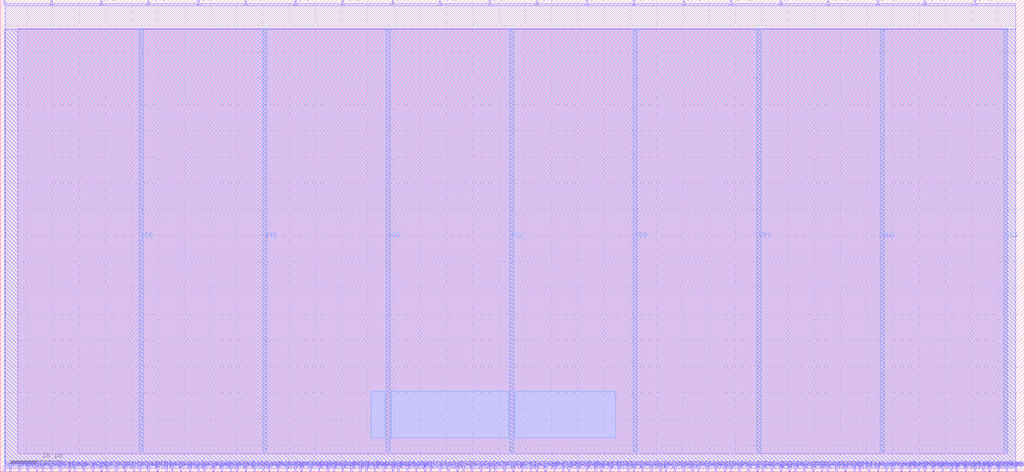
<source format=lef>
VERSION 5.7 ;
  NOWIREEXTENSIONATPIN ON ;
  DIVIDERCHAR "/" ;
  BUSBITCHARS "[]" ;
MACRO N_term_single
  CLASS BLOCK ;
  FOREIGN N_term_single ;
  ORIGIN 0.000 0.000 ;
  SIZE 390.000 BY 180.000 ;
  PIN Ci
    DIRECTION INPUT ;
    USE SIGNAL ;
    PORT
      LAYER Metal2 ;
        RECT 161.560 0.000 162.120 2.000 ;
    END
  END Ci
  PIN FrameStrobe[0]
    DIRECTION INPUT ;
    USE SIGNAL ;
    PORT
      LAYER Metal2 ;
        RECT 327.320 0.000 327.880 2.000 ;
    END
  END FrameStrobe[0]
  PIN FrameStrobe[10]
    DIRECTION INPUT ;
    USE SIGNAL ;
    PORT
      LAYER Metal2 ;
        RECT 358.680 0.000 359.240 2.000 ;
    END
  END FrameStrobe[10]
  PIN FrameStrobe[11]
    DIRECTION INPUT ;
    USE SIGNAL ;
    PORT
      LAYER Metal2 ;
        RECT 362.040 0.000 362.600 2.000 ;
    END
  END FrameStrobe[11]
  PIN FrameStrobe[12]
    DIRECTION INPUT ;
    USE SIGNAL ;
    PORT
      LAYER Metal2 ;
        RECT 364.280 0.000 364.840 2.000 ;
    END
  END FrameStrobe[12]
  PIN FrameStrobe[13]
    DIRECTION INPUT ;
    USE SIGNAL ;
    PORT
      LAYER Metal2 ;
        RECT 367.640 0.000 368.200 2.000 ;
    END
  END FrameStrobe[13]
  PIN FrameStrobe[14]
    DIRECTION INPUT ;
    USE SIGNAL ;
    PORT
      LAYER Metal2 ;
        RECT 371.000 0.000 371.560 2.000 ;
    END
  END FrameStrobe[14]
  PIN FrameStrobe[15]
    DIRECTION INPUT ;
    USE SIGNAL ;
    PORT
      LAYER Metal2 ;
        RECT 374.360 0.000 374.920 2.000 ;
    END
  END FrameStrobe[15]
  PIN FrameStrobe[16]
    DIRECTION INPUT ;
    USE SIGNAL ;
    PORT
      LAYER Metal2 ;
        RECT 376.600 0.000 377.160 2.000 ;
    END
  END FrameStrobe[16]
  PIN FrameStrobe[17]
    DIRECTION INPUT ;
    USE SIGNAL ;
    PORT
      LAYER Metal2 ;
        RECT 379.960 0.000 380.520 2.000 ;
    END
  END FrameStrobe[17]
  PIN FrameStrobe[18]
    DIRECTION INPUT ;
    USE SIGNAL ;
    PORT
      LAYER Metal2 ;
        RECT 383.320 0.000 383.880 2.000 ;
    END
  END FrameStrobe[18]
  PIN FrameStrobe[19]
    DIRECTION INPUT ;
    USE SIGNAL ;
    PORT
      LAYER Metal2 ;
        RECT 386.680 0.000 387.240 2.000 ;
    END
  END FrameStrobe[19]
  PIN FrameStrobe[1]
    DIRECTION INPUT ;
    USE SIGNAL ;
    PORT
      LAYER Metal2 ;
        RECT 330.680 0.000 331.240 2.000 ;
    END
  END FrameStrobe[1]
  PIN FrameStrobe[2]
    DIRECTION INPUT ;
    USE SIGNAL ;
    PORT
      LAYER Metal2 ;
        RECT 334.040 0.000 334.600 2.000 ;
    END
  END FrameStrobe[2]
  PIN FrameStrobe[3]
    DIRECTION INPUT ;
    USE SIGNAL ;
    PORT
      LAYER Metal2 ;
        RECT 337.400 0.000 337.960 2.000 ;
    END
  END FrameStrobe[3]
  PIN FrameStrobe[4]
    DIRECTION INPUT ;
    USE SIGNAL ;
    PORT
      LAYER Metal2 ;
        RECT 339.640 0.000 340.200 2.000 ;
    END
  END FrameStrobe[4]
  PIN FrameStrobe[5]
    DIRECTION INPUT ;
    USE SIGNAL ;
    PORT
      LAYER Metal2 ;
        RECT 343.000 0.000 343.560 2.000 ;
    END
  END FrameStrobe[5]
  PIN FrameStrobe[6]
    DIRECTION INPUT ;
    USE SIGNAL ;
    PORT
      LAYER Metal2 ;
        RECT 346.360 0.000 346.920 2.000 ;
    END
  END FrameStrobe[6]
  PIN FrameStrobe[7]
    DIRECTION INPUT ;
    USE SIGNAL ;
    PORT
      LAYER Metal2 ;
        RECT 349.720 0.000 350.280 2.000 ;
    END
  END FrameStrobe[7]
  PIN FrameStrobe[8]
    DIRECTION INPUT ;
    USE SIGNAL ;
    PORT
      LAYER Metal2 ;
        RECT 351.960 0.000 352.520 2.000 ;
    END
  END FrameStrobe[8]
  PIN FrameStrobe[9]
    DIRECTION INPUT ;
    USE SIGNAL ;
    PORT
      LAYER Metal2 ;
        RECT 355.320 0.000 355.880 2.000 ;
    END
  END FrameStrobe[9]
  PIN FrameStrobe_O[0]
    DIRECTION OUTPUT TRISTATE ;
    USE SIGNAL ;
    PORT
      LAYER Metal2 ;
        RECT 19.320 178.000 19.880 180.000 ;
    END
  END FrameStrobe_O[0]
  PIN FrameStrobe_O[10]
    DIRECTION OUTPUT TRISTATE ;
    USE SIGNAL ;
    PORT
      LAYER Metal2 ;
        RECT 204.120 178.000 204.680 180.000 ;
    END
  END FrameStrobe_O[10]
  PIN FrameStrobe_O[11]
    DIRECTION OUTPUT TRISTATE ;
    USE SIGNAL ;
    PORT
      LAYER Metal2 ;
        RECT 223.160 178.000 223.720 180.000 ;
    END
  END FrameStrobe_O[11]
  PIN FrameStrobe_O[12]
    DIRECTION OUTPUT TRISTATE ;
    USE SIGNAL ;
    PORT
      LAYER Metal2 ;
        RECT 241.080 178.000 241.640 180.000 ;
    END
  END FrameStrobe_O[12]
  PIN FrameStrobe_O[13]
    DIRECTION OUTPUT TRISTATE ;
    USE SIGNAL ;
    PORT
      LAYER Metal2 ;
        RECT 260.120 178.000 260.680 180.000 ;
    END
  END FrameStrobe_O[13]
  PIN FrameStrobe_O[14]
    DIRECTION OUTPUT TRISTATE ;
    USE SIGNAL ;
    PORT
      LAYER Metal2 ;
        RECT 278.040 178.000 278.600 180.000 ;
    END
  END FrameStrobe_O[14]
  PIN FrameStrobe_O[15]
    DIRECTION OUTPUT TRISTATE ;
    USE SIGNAL ;
    PORT
      LAYER Metal2 ;
        RECT 297.080 178.000 297.640 180.000 ;
    END
  END FrameStrobe_O[15]
  PIN FrameStrobe_O[16]
    DIRECTION OUTPUT TRISTATE ;
    USE SIGNAL ;
    PORT
      LAYER Metal2 ;
        RECT 315.000 178.000 315.560 180.000 ;
    END
  END FrameStrobe_O[16]
  PIN FrameStrobe_O[17]
    DIRECTION OUTPUT TRISTATE ;
    USE SIGNAL ;
    PORT
      LAYER Metal2 ;
        RECT 334.040 178.000 334.600 180.000 ;
    END
  END FrameStrobe_O[17]
  PIN FrameStrobe_O[18]
    DIRECTION OUTPUT TRISTATE ;
    USE SIGNAL ;
    PORT
      LAYER Metal2 ;
        RECT 351.960 178.000 352.520 180.000 ;
    END
  END FrameStrobe_O[18]
  PIN FrameStrobe_O[19]
    DIRECTION OUTPUT TRISTATE ;
    USE SIGNAL ;
    PORT
      LAYER Metal2 ;
        RECT 371.000 178.000 371.560 180.000 ;
    END
  END FrameStrobe_O[19]
  PIN FrameStrobe_O[1]
    DIRECTION OUTPUT TRISTATE ;
    USE SIGNAL ;
    PORT
      LAYER Metal2 ;
        RECT 38.360 178.000 38.920 180.000 ;
    END
  END FrameStrobe_O[1]
  PIN FrameStrobe_O[2]
    DIRECTION OUTPUT TRISTATE ;
    USE SIGNAL ;
    PORT
      LAYER Metal2 ;
        RECT 56.280 178.000 56.840 180.000 ;
    END
  END FrameStrobe_O[2]
  PIN FrameStrobe_O[3]
    DIRECTION OUTPUT TRISTATE ;
    USE SIGNAL ;
    PORT
      LAYER Metal2 ;
        RECT 75.320 178.000 75.880 180.000 ;
    END
  END FrameStrobe_O[3]
  PIN FrameStrobe_O[4]
    DIRECTION OUTPUT TRISTATE ;
    USE SIGNAL ;
    PORT
      LAYER Metal2 ;
        RECT 93.240 178.000 93.800 180.000 ;
    END
  END FrameStrobe_O[4]
  PIN FrameStrobe_O[5]
    DIRECTION OUTPUT TRISTATE ;
    USE SIGNAL ;
    PORT
      LAYER Metal2 ;
        RECT 112.280 178.000 112.840 180.000 ;
    END
  END FrameStrobe_O[5]
  PIN FrameStrobe_O[6]
    DIRECTION OUTPUT TRISTATE ;
    USE SIGNAL ;
    PORT
      LAYER Metal2 ;
        RECT 130.200 178.000 130.760 180.000 ;
    END
  END FrameStrobe_O[6]
  PIN FrameStrobe_O[7]
    DIRECTION OUTPUT TRISTATE ;
    USE SIGNAL ;
    PORT
      LAYER Metal2 ;
        RECT 149.240 178.000 149.800 180.000 ;
    END
  END FrameStrobe_O[7]
  PIN FrameStrobe_O[8]
    DIRECTION OUTPUT TRISTATE ;
    USE SIGNAL ;
    PORT
      LAYER Metal2 ;
        RECT 167.160 178.000 167.720 180.000 ;
    END
  END FrameStrobe_O[8]
  PIN FrameStrobe_O[9]
    DIRECTION OUTPUT TRISTATE ;
    USE SIGNAL ;
    PORT
      LAYER Metal2 ;
        RECT 186.200 178.000 186.760 180.000 ;
    END
  END FrameStrobe_O[9]
  PIN N1END[0]
    DIRECTION INPUT ;
    USE SIGNAL ;
    PORT
      LAYER Metal2 ;
        RECT 1.400 0.000 1.960 2.000 ;
    END
  END N1END[0]
  PIN N1END[1]
    DIRECTION INPUT ;
    USE SIGNAL ;
    PORT
      LAYER Metal2 ;
        RECT 3.640 0.000 4.200 2.000 ;
    END
  END N1END[1]
  PIN N1END[2]
    DIRECTION INPUT ;
    USE SIGNAL ;
    PORT
      LAYER Metal2 ;
        RECT 7.000 0.000 7.560 2.000 ;
    END
  END N1END[2]
  PIN N1END[3]
    DIRECTION INPUT ;
    USE SIGNAL ;
    PORT
      LAYER Metal2 ;
        RECT 10.360 0.000 10.920 2.000 ;
    END
  END N1END[3]
  PIN N2END[0]
    DIRECTION INPUT ;
    USE SIGNAL ;
    PORT
      LAYER Metal2 ;
        RECT 38.360 0.000 38.920 2.000 ;
    END
  END N2END[0]
  PIN N2END[1]
    DIRECTION INPUT ;
    USE SIGNAL ;
    PORT
      LAYER Metal2 ;
        RECT 40.600 0.000 41.160 2.000 ;
    END
  END N2END[1]
  PIN N2END[2]
    DIRECTION INPUT ;
    USE SIGNAL ;
    PORT
      LAYER Metal2 ;
        RECT 43.960 0.000 44.520 2.000 ;
    END
  END N2END[2]
  PIN N2END[3]
    DIRECTION INPUT ;
    USE SIGNAL ;
    PORT
      LAYER Metal2 ;
        RECT 47.320 0.000 47.880 2.000 ;
    END
  END N2END[3]
  PIN N2END[4]
    DIRECTION INPUT ;
    USE SIGNAL ;
    PORT
      LAYER Metal2 ;
        RECT 50.680 0.000 51.240 2.000 ;
    END
  END N2END[4]
  PIN N2END[5]
    DIRECTION INPUT ;
    USE SIGNAL ;
    PORT
      LAYER Metal2 ;
        RECT 52.920 0.000 53.480 2.000 ;
    END
  END N2END[5]
  PIN N2END[6]
    DIRECTION INPUT ;
    USE SIGNAL ;
    PORT
      LAYER Metal2 ;
        RECT 56.280 0.000 56.840 2.000 ;
    END
  END N2END[6]
  PIN N2END[7]
    DIRECTION INPUT ;
    USE SIGNAL ;
    PORT
      LAYER Metal2 ;
        RECT 59.640 0.000 60.200 2.000 ;
    END
  END N2END[7]
  PIN N2MID[0]
    DIRECTION INPUT ;
    USE SIGNAL ;
    PORT
      LAYER Metal2 ;
        RECT 13.720 0.000 14.280 2.000 ;
    END
  END N2MID[0]
  PIN N2MID[1]
    DIRECTION INPUT ;
    USE SIGNAL ;
    PORT
      LAYER Metal2 ;
        RECT 15.960 0.000 16.520 2.000 ;
    END
  END N2MID[1]
  PIN N2MID[2]
    DIRECTION INPUT ;
    USE SIGNAL ;
    PORT
      LAYER Metal2 ;
        RECT 19.320 0.000 19.880 2.000 ;
    END
  END N2MID[2]
  PIN N2MID[3]
    DIRECTION INPUT ;
    USE SIGNAL ;
    PORT
      LAYER Metal2 ;
        RECT 22.680 0.000 23.240 2.000 ;
    END
  END N2MID[3]
  PIN N2MID[4]
    DIRECTION INPUT ;
    USE SIGNAL ;
    PORT
      LAYER Metal2 ;
        RECT 26.040 0.000 26.600 2.000 ;
    END
  END N2MID[4]
  PIN N2MID[5]
    DIRECTION INPUT ;
    USE SIGNAL ;
    PORT
      LAYER Metal2 ;
        RECT 28.280 0.000 28.840 2.000 ;
    END
  END N2MID[5]
  PIN N2MID[6]
    DIRECTION INPUT ;
    USE SIGNAL ;
    PORT
      LAYER Metal2 ;
        RECT 31.640 0.000 32.200 2.000 ;
    END
  END N2MID[6]
  PIN N2MID[7]
    DIRECTION INPUT ;
    USE SIGNAL ;
    PORT
      LAYER Metal2 ;
        RECT 35.000 0.000 35.560 2.000 ;
    END
  END N2MID[7]
  PIN N4END[0]
    DIRECTION INPUT ;
    USE SIGNAL ;
    PORT
      LAYER Metal2 ;
        RECT 63.000 0.000 63.560 2.000 ;
    END
  END N4END[0]
  PIN N4END[10]
    DIRECTION INPUT ;
    USE SIGNAL ;
    PORT
      LAYER Metal2 ;
        RECT 93.240 0.000 93.800 2.000 ;
    END
  END N4END[10]
  PIN N4END[11]
    DIRECTION INPUT ;
    USE SIGNAL ;
    PORT
      LAYER Metal2 ;
        RECT 96.600 0.000 97.160 2.000 ;
    END
  END N4END[11]
  PIN N4END[12]
    DIRECTION INPUT ;
    USE SIGNAL ;
    PORT
      LAYER Metal2 ;
        RECT 99.960 0.000 100.520 2.000 ;
    END
  END N4END[12]
  PIN N4END[13]
    DIRECTION INPUT ;
    USE SIGNAL ;
    PORT
      LAYER Metal2 ;
        RECT 102.200 0.000 102.760 2.000 ;
    END
  END N4END[13]
  PIN N4END[14]
    DIRECTION INPUT ;
    USE SIGNAL ;
    PORT
      LAYER Metal2 ;
        RECT 105.560 0.000 106.120 2.000 ;
    END
  END N4END[14]
  PIN N4END[15]
    DIRECTION INPUT ;
    USE SIGNAL ;
    PORT
      LAYER Metal2 ;
        RECT 108.920 0.000 109.480 2.000 ;
    END
  END N4END[15]
  PIN N4END[1]
    DIRECTION INPUT ;
    USE SIGNAL ;
    PORT
      LAYER Metal2 ;
        RECT 65.240 0.000 65.800 2.000 ;
    END
  END N4END[1]
  PIN N4END[2]
    DIRECTION INPUT ;
    USE SIGNAL ;
    PORT
      LAYER Metal2 ;
        RECT 68.600 0.000 69.160 2.000 ;
    END
  END N4END[2]
  PIN N4END[3]
    DIRECTION INPUT ;
    USE SIGNAL ;
    PORT
      LAYER Metal2 ;
        RECT 71.960 0.000 72.520 2.000 ;
    END
  END N4END[3]
  PIN N4END[4]
    DIRECTION INPUT ;
    USE SIGNAL ;
    PORT
      LAYER Metal2 ;
        RECT 75.320 0.000 75.880 2.000 ;
    END
  END N4END[4]
  PIN N4END[5]
    DIRECTION INPUT ;
    USE SIGNAL ;
    PORT
      LAYER Metal2 ;
        RECT 77.560 0.000 78.120 2.000 ;
    END
  END N4END[5]
  PIN N4END[6]
    DIRECTION INPUT ;
    USE SIGNAL ;
    PORT
      LAYER Metal2 ;
        RECT 80.920 0.000 81.480 2.000 ;
    END
  END N4END[6]
  PIN N4END[7]
    DIRECTION INPUT ;
    USE SIGNAL ;
    PORT
      LAYER Metal2 ;
        RECT 84.280 0.000 84.840 2.000 ;
    END
  END N4END[7]
  PIN N4END[8]
    DIRECTION INPUT ;
    USE SIGNAL ;
    PORT
      LAYER Metal2 ;
        RECT 87.640 0.000 88.200 2.000 ;
    END
  END N4END[8]
  PIN N4END[9]
    DIRECTION INPUT ;
    USE SIGNAL ;
    PORT
      LAYER Metal2 ;
        RECT 89.880 0.000 90.440 2.000 ;
    END
  END N4END[9]
  PIN NN4END[0]
    DIRECTION INPUT ;
    USE SIGNAL ;
    PORT
      LAYER Metal2 ;
        RECT 112.280 0.000 112.840 2.000 ;
    END
  END NN4END[0]
  PIN NN4END[10]
    DIRECTION INPUT ;
    USE SIGNAL ;
    PORT
      LAYER Metal2 ;
        RECT 142.520 0.000 143.080 2.000 ;
    END
  END NN4END[10]
  PIN NN4END[11]
    DIRECTION INPUT ;
    USE SIGNAL ;
    PORT
      LAYER Metal2 ;
        RECT 145.880 0.000 146.440 2.000 ;
    END
  END NN4END[11]
  PIN NN4END[12]
    DIRECTION INPUT ;
    USE SIGNAL ;
    PORT
      LAYER Metal2 ;
        RECT 149.240 0.000 149.800 2.000 ;
    END
  END NN4END[12]
  PIN NN4END[13]
    DIRECTION INPUT ;
    USE SIGNAL ;
    PORT
      LAYER Metal2 ;
        RECT 151.480 0.000 152.040 2.000 ;
    END
  END NN4END[13]
  PIN NN4END[14]
    DIRECTION INPUT ;
    USE SIGNAL ;
    PORT
      LAYER Metal2 ;
        RECT 154.840 0.000 155.400 2.000 ;
    END
  END NN4END[14]
  PIN NN4END[15]
    DIRECTION INPUT ;
    USE SIGNAL ;
    PORT
      LAYER Metal2 ;
        RECT 158.200 0.000 158.760 2.000 ;
    END
  END NN4END[15]
  PIN NN4END[1]
    DIRECTION INPUT ;
    USE SIGNAL ;
    PORT
      LAYER Metal2 ;
        RECT 114.520 0.000 115.080 2.000 ;
    END
  END NN4END[1]
  PIN NN4END[2]
    DIRECTION INPUT ;
    USE SIGNAL ;
    PORT
      LAYER Metal2 ;
        RECT 117.880 0.000 118.440 2.000 ;
    END
  END NN4END[2]
  PIN NN4END[3]
    DIRECTION INPUT ;
    USE SIGNAL ;
    PORT
      LAYER Metal2 ;
        RECT 121.240 0.000 121.800 2.000 ;
    END
  END NN4END[3]
  PIN NN4END[4]
    DIRECTION INPUT ;
    USE SIGNAL ;
    PORT
      LAYER Metal2 ;
        RECT 124.600 0.000 125.160 2.000 ;
    END
  END NN4END[4]
  PIN NN4END[5]
    DIRECTION INPUT ;
    USE SIGNAL ;
    PORT
      LAYER Metal2 ;
        RECT 126.840 0.000 127.400 2.000 ;
    END
  END NN4END[5]
  PIN NN4END[6]
    DIRECTION INPUT ;
    USE SIGNAL ;
    PORT
      LAYER Metal2 ;
        RECT 130.200 0.000 130.760 2.000 ;
    END
  END NN4END[6]
  PIN NN4END[7]
    DIRECTION INPUT ;
    USE SIGNAL ;
    PORT
      LAYER Metal2 ;
        RECT 133.560 0.000 134.120 2.000 ;
    END
  END NN4END[7]
  PIN NN4END[8]
    DIRECTION INPUT ;
    USE SIGNAL ;
    PORT
      LAYER Metal2 ;
        RECT 136.920 0.000 137.480 2.000 ;
    END
  END NN4END[8]
  PIN NN4END[9]
    DIRECTION INPUT ;
    USE SIGNAL ;
    PORT
      LAYER Metal2 ;
        RECT 139.160 0.000 139.720 2.000 ;
    END
  END NN4END[9]
  PIN S1BEG[0]
    DIRECTION OUTPUT TRISTATE ;
    USE SIGNAL ;
    PORT
      LAYER Metal2 ;
        RECT 163.800 0.000 164.360 2.000 ;
    END
  END S1BEG[0]
  PIN S1BEG[1]
    DIRECTION OUTPUT TRISTATE ;
    USE SIGNAL ;
    PORT
      LAYER Metal2 ;
        RECT 167.160 0.000 167.720 2.000 ;
    END
  END S1BEG[1]
  PIN S1BEG[2]
    DIRECTION OUTPUT TRISTATE ;
    USE SIGNAL ;
    PORT
      LAYER Metal2 ;
        RECT 170.520 0.000 171.080 2.000 ;
    END
  END S1BEG[2]
  PIN S1BEG[3]
    DIRECTION OUTPUT TRISTATE ;
    USE SIGNAL ;
    PORT
      LAYER Metal2 ;
        RECT 173.880 0.000 174.440 2.000 ;
    END
  END S1BEG[3]
  PIN S2BEG[0]
    DIRECTION OUTPUT TRISTATE ;
    USE SIGNAL ;
    PORT
      LAYER Metal2 ;
        RECT 176.120 0.000 176.680 2.000 ;
    END
  END S2BEG[0]
  PIN S2BEG[1]
    DIRECTION OUTPUT TRISTATE ;
    USE SIGNAL ;
    PORT
      LAYER Metal2 ;
        RECT 179.480 0.000 180.040 2.000 ;
    END
  END S2BEG[1]
  PIN S2BEG[2]
    DIRECTION OUTPUT TRISTATE ;
    USE SIGNAL ;
    PORT
      LAYER Metal2 ;
        RECT 182.840 0.000 183.400 2.000 ;
    END
  END S2BEG[2]
  PIN S2BEG[3]
    DIRECTION OUTPUT TRISTATE ;
    USE SIGNAL ;
    PORT
      LAYER Metal2 ;
        RECT 186.200 0.000 186.760 2.000 ;
    END
  END S2BEG[3]
  PIN S2BEG[4]
    DIRECTION OUTPUT TRISTATE ;
    USE SIGNAL ;
    PORT
      LAYER Metal2 ;
        RECT 188.440 0.000 189.000 2.000 ;
    END
  END S2BEG[4]
  PIN S2BEG[5]
    DIRECTION OUTPUT TRISTATE ;
    USE SIGNAL ;
    PORT
      LAYER Metal2 ;
        RECT 191.800 0.000 192.360 2.000 ;
    END
  END S2BEG[5]
  PIN S2BEG[6]
    DIRECTION OUTPUT TRISTATE ;
    USE SIGNAL ;
    PORT
      LAYER Metal2 ;
        RECT 195.160 0.000 195.720 2.000 ;
    END
  END S2BEG[6]
  PIN S2BEG[7]
    DIRECTION OUTPUT TRISTATE ;
    USE SIGNAL ;
    PORT
      LAYER Metal2 ;
        RECT 198.520 0.000 199.080 2.000 ;
    END
  END S2BEG[7]
  PIN S2BEGb[0]
    DIRECTION OUTPUT TRISTATE ;
    USE SIGNAL ;
    PORT
      LAYER Metal2 ;
        RECT 201.880 0.000 202.440 2.000 ;
    END
  END S2BEGb[0]
  PIN S2BEGb[1]
    DIRECTION OUTPUT TRISTATE ;
    USE SIGNAL ;
    PORT
      LAYER Metal2 ;
        RECT 204.120 0.000 204.680 2.000 ;
    END
  END S2BEGb[1]
  PIN S2BEGb[2]
    DIRECTION OUTPUT TRISTATE ;
    USE SIGNAL ;
    PORT
      LAYER Metal2 ;
        RECT 207.480 0.000 208.040 2.000 ;
    END
  END S2BEGb[2]
  PIN S2BEGb[3]
    DIRECTION OUTPUT TRISTATE ;
    USE SIGNAL ;
    PORT
      LAYER Metal2 ;
        RECT 210.840 0.000 211.400 2.000 ;
    END
  END S2BEGb[3]
  PIN S2BEGb[4]
    DIRECTION OUTPUT TRISTATE ;
    USE SIGNAL ;
    PORT
      LAYER Metal2 ;
        RECT 214.200 0.000 214.760 2.000 ;
    END
  END S2BEGb[4]
  PIN S2BEGb[5]
    DIRECTION OUTPUT TRISTATE ;
    USE SIGNAL ;
    PORT
      LAYER Metal2 ;
        RECT 216.440 0.000 217.000 2.000 ;
    END
  END S2BEGb[5]
  PIN S2BEGb[6]
    DIRECTION OUTPUT TRISTATE ;
    USE SIGNAL ;
    PORT
      LAYER Metal2 ;
        RECT 219.800 0.000 220.360 2.000 ;
    END
  END S2BEGb[6]
  PIN S2BEGb[7]
    DIRECTION OUTPUT TRISTATE ;
    USE SIGNAL ;
    PORT
      LAYER Metal2 ;
        RECT 223.160 0.000 223.720 2.000 ;
    END
  END S2BEGb[7]
  PIN S4BEG[0]
    DIRECTION OUTPUT TRISTATE ;
    USE SIGNAL ;
    PORT
      LAYER Metal2 ;
        RECT 226.520 0.000 227.080 2.000 ;
    END
  END S4BEG[0]
  PIN S4BEG[10]
    DIRECTION OUTPUT TRISTATE ;
    USE SIGNAL ;
    PORT
      LAYER Metal2 ;
        RECT 256.760 0.000 257.320 2.000 ;
    END
  END S4BEG[10]
  PIN S4BEG[11]
    DIRECTION OUTPUT TRISTATE ;
    USE SIGNAL ;
    PORT
      LAYER Metal2 ;
        RECT 260.120 0.000 260.680 2.000 ;
    END
  END S4BEG[11]
  PIN S4BEG[12]
    DIRECTION OUTPUT TRISTATE ;
    USE SIGNAL ;
    PORT
      LAYER Metal2 ;
        RECT 263.480 0.000 264.040 2.000 ;
    END
  END S4BEG[12]
  PIN S4BEG[13]
    DIRECTION OUTPUT TRISTATE ;
    USE SIGNAL ;
    PORT
      LAYER Metal2 ;
        RECT 265.720 0.000 266.280 2.000 ;
    END
  END S4BEG[13]
  PIN S4BEG[14]
    DIRECTION OUTPUT TRISTATE ;
    USE SIGNAL ;
    PORT
      LAYER Metal2 ;
        RECT 269.080 0.000 269.640 2.000 ;
    END
  END S4BEG[14]
  PIN S4BEG[15]
    DIRECTION OUTPUT TRISTATE ;
    USE SIGNAL ;
    PORT
      LAYER Metal2 ;
        RECT 272.440 0.000 273.000 2.000 ;
    END
  END S4BEG[15]
  PIN S4BEG[1]
    DIRECTION OUTPUT TRISTATE ;
    USE SIGNAL ;
    PORT
      LAYER Metal2 ;
        RECT 228.760 0.000 229.320 2.000 ;
    END
  END S4BEG[1]
  PIN S4BEG[2]
    DIRECTION OUTPUT TRISTATE ;
    USE SIGNAL ;
    PORT
      LAYER Metal2 ;
        RECT 232.120 0.000 232.680 2.000 ;
    END
  END S4BEG[2]
  PIN S4BEG[3]
    DIRECTION OUTPUT TRISTATE ;
    USE SIGNAL ;
    PORT
      LAYER Metal2 ;
        RECT 235.480 0.000 236.040 2.000 ;
    END
  END S4BEG[3]
  PIN S4BEG[4]
    DIRECTION OUTPUT TRISTATE ;
    USE SIGNAL ;
    PORT
      LAYER Metal2 ;
        RECT 238.840 0.000 239.400 2.000 ;
    END
  END S4BEG[4]
  PIN S4BEG[5]
    DIRECTION OUTPUT TRISTATE ;
    USE SIGNAL ;
    PORT
      LAYER Metal2 ;
        RECT 241.080 0.000 241.640 2.000 ;
    END
  END S4BEG[5]
  PIN S4BEG[6]
    DIRECTION OUTPUT TRISTATE ;
    USE SIGNAL ;
    PORT
      LAYER Metal2 ;
        RECT 244.440 0.000 245.000 2.000 ;
    END
  END S4BEG[6]
  PIN S4BEG[7]
    DIRECTION OUTPUT TRISTATE ;
    USE SIGNAL ;
    PORT
      LAYER Metal2 ;
        RECT 247.800 0.000 248.360 2.000 ;
    END
  END S4BEG[7]
  PIN S4BEG[8]
    DIRECTION OUTPUT TRISTATE ;
    USE SIGNAL ;
    PORT
      LAYER Metal2 ;
        RECT 251.160 0.000 251.720 2.000 ;
    END
  END S4BEG[8]
  PIN S4BEG[9]
    DIRECTION OUTPUT TRISTATE ;
    USE SIGNAL ;
    PORT
      LAYER Metal2 ;
        RECT 253.400 0.000 253.960 2.000 ;
    END
  END S4BEG[9]
  PIN SS4BEG[0]
    DIRECTION OUTPUT TRISTATE ;
    USE SIGNAL ;
    PORT
      LAYER Metal2 ;
        RECT 275.800 0.000 276.360 2.000 ;
    END
  END SS4BEG[0]
  PIN SS4BEG[10]
    DIRECTION OUTPUT TRISTATE ;
    USE SIGNAL ;
    PORT
      LAYER Metal2 ;
        RECT 306.040 0.000 306.600 2.000 ;
    END
  END SS4BEG[10]
  PIN SS4BEG[11]
    DIRECTION OUTPUT TRISTATE ;
    USE SIGNAL ;
    PORT
      LAYER Metal2 ;
        RECT 309.400 0.000 309.960 2.000 ;
    END
  END SS4BEG[11]
  PIN SS4BEG[12]
    DIRECTION OUTPUT TRISTATE ;
    USE SIGNAL ;
    PORT
      LAYER Metal2 ;
        RECT 312.760 0.000 313.320 2.000 ;
    END
  END SS4BEG[12]
  PIN SS4BEG[13]
    DIRECTION OUTPUT TRISTATE ;
    USE SIGNAL ;
    PORT
      LAYER Metal2 ;
        RECT 315.000 0.000 315.560 2.000 ;
    END
  END SS4BEG[13]
  PIN SS4BEG[14]
    DIRECTION OUTPUT TRISTATE ;
    USE SIGNAL ;
    PORT
      LAYER Metal2 ;
        RECT 318.360 0.000 318.920 2.000 ;
    END
  END SS4BEG[14]
  PIN SS4BEG[15]
    DIRECTION OUTPUT TRISTATE ;
    USE SIGNAL ;
    PORT
      LAYER Metal2 ;
        RECT 321.720 0.000 322.280 2.000 ;
    END
  END SS4BEG[15]
  PIN SS4BEG[1]
    DIRECTION OUTPUT TRISTATE ;
    USE SIGNAL ;
    PORT
      LAYER Metal2 ;
        RECT 278.040 0.000 278.600 2.000 ;
    END
  END SS4BEG[1]
  PIN SS4BEG[2]
    DIRECTION OUTPUT TRISTATE ;
    USE SIGNAL ;
    PORT
      LAYER Metal2 ;
        RECT 281.400 0.000 281.960 2.000 ;
    END
  END SS4BEG[2]
  PIN SS4BEG[3]
    DIRECTION OUTPUT TRISTATE ;
    USE SIGNAL ;
    PORT
      LAYER Metal2 ;
        RECT 284.760 0.000 285.320 2.000 ;
    END
  END SS4BEG[3]
  PIN SS4BEG[4]
    DIRECTION OUTPUT TRISTATE ;
    USE SIGNAL ;
    PORT
      LAYER Metal2 ;
        RECT 288.120 0.000 288.680 2.000 ;
    END
  END SS4BEG[4]
  PIN SS4BEG[5]
    DIRECTION OUTPUT TRISTATE ;
    USE SIGNAL ;
    PORT
      LAYER Metal2 ;
        RECT 290.360 0.000 290.920 2.000 ;
    END
  END SS4BEG[5]
  PIN SS4BEG[6]
    DIRECTION OUTPUT TRISTATE ;
    USE SIGNAL ;
    PORT
      LAYER Metal2 ;
        RECT 293.720 0.000 294.280 2.000 ;
    END
  END SS4BEG[6]
  PIN SS4BEG[7]
    DIRECTION OUTPUT TRISTATE ;
    USE SIGNAL ;
    PORT
      LAYER Metal2 ;
        RECT 297.080 0.000 297.640 2.000 ;
    END
  END SS4BEG[7]
  PIN SS4BEG[8]
    DIRECTION OUTPUT TRISTATE ;
    USE SIGNAL ;
    PORT
      LAYER Metal2 ;
        RECT 300.440 0.000 301.000 2.000 ;
    END
  END SS4BEG[8]
  PIN SS4BEG[9]
    DIRECTION OUTPUT TRISTATE ;
    USE SIGNAL ;
    PORT
      LAYER Metal2 ;
        RECT 302.680 0.000 303.240 2.000 ;
    END
  END SS4BEG[9]
  PIN UserCLK
    DIRECTION INPUT ;
    USE SIGNAL ;
    PORT
      LAYER Metal2 ;
        RECT 325.080 0.000 325.640 2.000 ;
    END
  END UserCLK
  PIN UserCLKo
    DIRECTION OUTPUT TRISTATE ;
    USE SIGNAL ;
    PORT
      LAYER Metal2 ;
        RECT 1.400 178.000 1.960 180.000 ;
    END
  END UserCLKo
  PIN VDD
    DIRECTION INOUT ;
    USE POWER ;
    PORT
      LAYER Metal4 ;
        RECT 52.960 7.540 54.560 168.860 ;
    END
    PORT
      LAYER Metal4 ;
        RECT 147.040 7.540 148.640 168.860 ;
    END
    PORT
      LAYER Metal4 ;
        RECT 241.120 7.540 242.720 168.860 ;
    END
    PORT
      LAYER Metal4 ;
        RECT 335.200 7.540 336.800 168.860 ;
    END
  END VDD
  PIN VSS
    DIRECTION INOUT ;
    USE GROUND ;
    PORT
      LAYER Metal4 ;
        RECT 100.000 7.540 101.600 168.860 ;
    END
    PORT
      LAYER Metal4 ;
        RECT 194.080 7.540 195.680 168.860 ;
    END
    PORT
      LAYER Metal4 ;
        RECT 288.160 7.540 289.760 168.860 ;
    END
    PORT
      LAYER Metal4 ;
        RECT 382.240 7.540 383.840 168.860 ;
    END
  END VSS
  OBS
      LAYER Metal1 ;
        RECT 6.720 6.870 383.840 168.860 ;
      LAYER Metal2 ;
        RECT 2.260 177.700 19.020 178.500 ;
        RECT 20.180 177.700 38.060 178.500 ;
        RECT 39.220 177.700 55.980 178.500 ;
        RECT 57.140 177.700 75.020 178.500 ;
        RECT 76.180 177.700 92.940 178.500 ;
        RECT 94.100 177.700 111.980 178.500 ;
        RECT 113.140 177.700 129.900 178.500 ;
        RECT 131.060 177.700 148.940 178.500 ;
        RECT 150.100 177.700 166.860 178.500 ;
        RECT 168.020 177.700 185.900 178.500 ;
        RECT 187.060 177.700 203.820 178.500 ;
        RECT 204.980 177.700 222.860 178.500 ;
        RECT 224.020 177.700 240.780 178.500 ;
        RECT 241.940 177.700 259.820 178.500 ;
        RECT 260.980 177.700 277.740 178.500 ;
        RECT 278.900 177.700 296.780 178.500 ;
        RECT 297.940 177.700 314.700 178.500 ;
        RECT 315.860 177.700 333.740 178.500 ;
        RECT 334.900 177.700 351.660 178.500 ;
        RECT 352.820 177.700 370.700 178.500 ;
        RECT 371.860 177.700 386.820 178.500 ;
        RECT 1.820 2.300 386.820 177.700 ;
        RECT 2.260 1.260 3.340 2.300 ;
        RECT 4.500 1.260 6.700 2.300 ;
        RECT 7.860 1.260 10.060 2.300 ;
        RECT 11.220 1.260 13.420 2.300 ;
        RECT 14.580 1.260 15.660 2.300 ;
        RECT 16.820 1.260 19.020 2.300 ;
        RECT 20.180 1.260 22.380 2.300 ;
        RECT 23.540 1.260 25.740 2.300 ;
        RECT 26.900 1.260 27.980 2.300 ;
        RECT 29.140 1.260 31.340 2.300 ;
        RECT 32.500 1.260 34.700 2.300 ;
        RECT 35.860 1.260 38.060 2.300 ;
        RECT 39.220 1.260 40.300 2.300 ;
        RECT 41.460 1.260 43.660 2.300 ;
        RECT 44.820 1.260 47.020 2.300 ;
        RECT 48.180 1.260 50.380 2.300 ;
        RECT 51.540 1.260 52.620 2.300 ;
        RECT 53.780 1.260 55.980 2.300 ;
        RECT 57.140 1.260 59.340 2.300 ;
        RECT 60.500 1.260 62.700 2.300 ;
        RECT 63.860 1.260 64.940 2.300 ;
        RECT 66.100 1.260 68.300 2.300 ;
        RECT 69.460 1.260 71.660 2.300 ;
        RECT 72.820 1.260 75.020 2.300 ;
        RECT 76.180 1.260 77.260 2.300 ;
        RECT 78.420 1.260 80.620 2.300 ;
        RECT 81.780 1.260 83.980 2.300 ;
        RECT 85.140 1.260 87.340 2.300 ;
        RECT 88.500 1.260 89.580 2.300 ;
        RECT 90.740 1.260 92.940 2.300 ;
        RECT 94.100 1.260 96.300 2.300 ;
        RECT 97.460 1.260 99.660 2.300 ;
        RECT 100.820 1.260 101.900 2.300 ;
        RECT 103.060 1.260 105.260 2.300 ;
        RECT 106.420 1.260 108.620 2.300 ;
        RECT 109.780 1.260 111.980 2.300 ;
        RECT 113.140 1.260 114.220 2.300 ;
        RECT 115.380 1.260 117.580 2.300 ;
        RECT 118.740 1.260 120.940 2.300 ;
        RECT 122.100 1.260 124.300 2.300 ;
        RECT 125.460 1.260 126.540 2.300 ;
        RECT 127.700 1.260 129.900 2.300 ;
        RECT 131.060 1.260 133.260 2.300 ;
        RECT 134.420 1.260 136.620 2.300 ;
        RECT 137.780 1.260 138.860 2.300 ;
        RECT 140.020 1.260 142.220 2.300 ;
        RECT 143.380 1.260 145.580 2.300 ;
        RECT 146.740 1.260 148.940 2.300 ;
        RECT 150.100 1.260 151.180 2.300 ;
        RECT 152.340 1.260 154.540 2.300 ;
        RECT 155.700 1.260 157.900 2.300 ;
        RECT 159.060 1.260 161.260 2.300 ;
        RECT 162.420 1.260 163.500 2.300 ;
        RECT 164.660 1.260 166.860 2.300 ;
        RECT 168.020 1.260 170.220 2.300 ;
        RECT 171.380 1.260 173.580 2.300 ;
        RECT 174.740 1.260 175.820 2.300 ;
        RECT 176.980 1.260 179.180 2.300 ;
        RECT 180.340 1.260 182.540 2.300 ;
        RECT 183.700 1.260 185.900 2.300 ;
        RECT 187.060 1.260 188.140 2.300 ;
        RECT 189.300 1.260 191.500 2.300 ;
        RECT 192.660 1.260 194.860 2.300 ;
        RECT 196.020 1.260 198.220 2.300 ;
        RECT 199.380 1.260 201.580 2.300 ;
        RECT 202.740 1.260 203.820 2.300 ;
        RECT 204.980 1.260 207.180 2.300 ;
        RECT 208.340 1.260 210.540 2.300 ;
        RECT 211.700 1.260 213.900 2.300 ;
        RECT 215.060 1.260 216.140 2.300 ;
        RECT 217.300 1.260 219.500 2.300 ;
        RECT 220.660 1.260 222.860 2.300 ;
        RECT 224.020 1.260 226.220 2.300 ;
        RECT 227.380 1.260 228.460 2.300 ;
        RECT 229.620 1.260 231.820 2.300 ;
        RECT 232.980 1.260 235.180 2.300 ;
        RECT 236.340 1.260 238.540 2.300 ;
        RECT 239.700 1.260 240.780 2.300 ;
        RECT 241.940 1.260 244.140 2.300 ;
        RECT 245.300 1.260 247.500 2.300 ;
        RECT 248.660 1.260 250.860 2.300 ;
        RECT 252.020 1.260 253.100 2.300 ;
        RECT 254.260 1.260 256.460 2.300 ;
        RECT 257.620 1.260 259.820 2.300 ;
        RECT 260.980 1.260 263.180 2.300 ;
        RECT 264.340 1.260 265.420 2.300 ;
        RECT 266.580 1.260 268.780 2.300 ;
        RECT 269.940 1.260 272.140 2.300 ;
        RECT 273.300 1.260 275.500 2.300 ;
        RECT 276.660 1.260 277.740 2.300 ;
        RECT 278.900 1.260 281.100 2.300 ;
        RECT 282.260 1.260 284.460 2.300 ;
        RECT 285.620 1.260 287.820 2.300 ;
        RECT 288.980 1.260 290.060 2.300 ;
        RECT 291.220 1.260 293.420 2.300 ;
        RECT 294.580 1.260 296.780 2.300 ;
        RECT 297.940 1.260 300.140 2.300 ;
        RECT 301.300 1.260 302.380 2.300 ;
        RECT 303.540 1.260 305.740 2.300 ;
        RECT 306.900 1.260 309.100 2.300 ;
        RECT 310.260 1.260 312.460 2.300 ;
        RECT 313.620 1.260 314.700 2.300 ;
        RECT 315.860 1.260 318.060 2.300 ;
        RECT 319.220 1.260 321.420 2.300 ;
        RECT 322.580 1.260 324.780 2.300 ;
        RECT 325.940 1.260 327.020 2.300 ;
        RECT 328.180 1.260 330.380 2.300 ;
        RECT 331.540 1.260 333.740 2.300 ;
        RECT 334.900 1.260 337.100 2.300 ;
        RECT 338.260 1.260 339.340 2.300 ;
        RECT 340.500 1.260 342.700 2.300 ;
        RECT 343.860 1.260 346.060 2.300 ;
        RECT 347.220 1.260 349.420 2.300 ;
        RECT 350.580 1.260 351.660 2.300 ;
        RECT 352.820 1.260 355.020 2.300 ;
        RECT 356.180 1.260 358.380 2.300 ;
        RECT 359.540 1.260 361.740 2.300 ;
        RECT 362.900 1.260 363.980 2.300 ;
        RECT 365.140 1.260 367.340 2.300 ;
        RECT 368.500 1.260 370.700 2.300 ;
        RECT 371.860 1.260 374.060 2.300 ;
        RECT 375.220 1.260 376.300 2.300 ;
        RECT 377.460 1.260 379.660 2.300 ;
        RECT 380.820 1.260 383.020 2.300 ;
        RECT 384.180 1.260 386.380 2.300 ;
      LAYER Metal3 ;
        RECT 1.770 2.940 386.870 168.700 ;
      LAYER Metal4 ;
        RECT 141.260 12.970 146.740 30.710 ;
        RECT 148.940 12.970 193.780 30.710 ;
        RECT 195.980 12.970 234.500 30.710 ;
  END
END N_term_single
END LIBRARY


</source>
